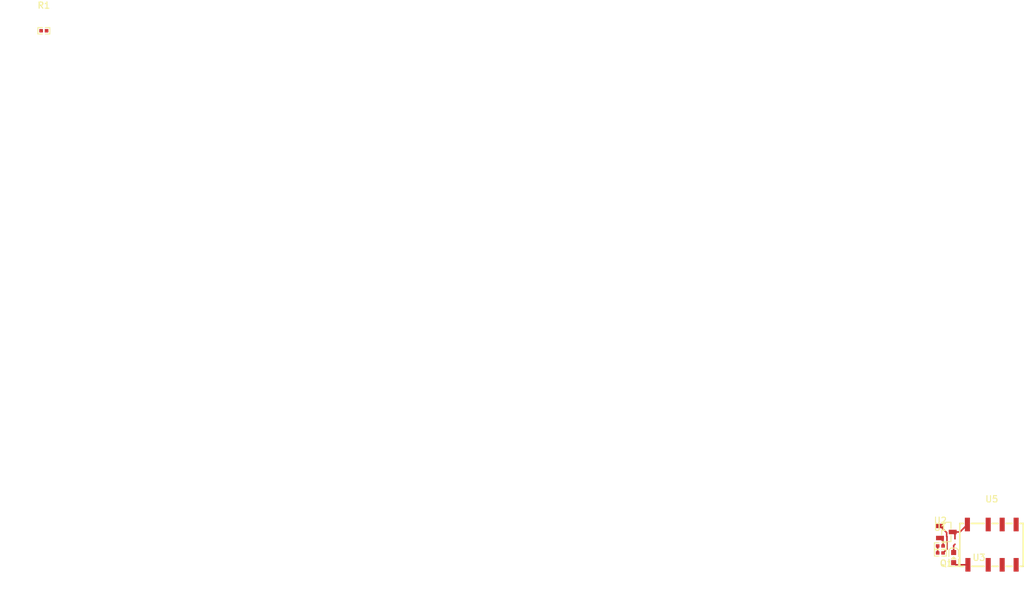
<source format=kicad_pcb>
(kicad_pcb (version 20240108) (generator "pcbnew") (generator_version "8.0")
  (layers (0 "F.Cu" signal) (31 "B.Cu" signal) (34 "B.Paste" user) (35 "F.Paste" user) (36 "B.SilkS" user "B.Silkscreen") (37 "F.SilkS" user "F.Silkscreen") (38 "B.Mask" user) (39 "F.Mask" user) (44 "Edge.Cuts" user))
  (net 0 "")
  (net 1 "gnd-3")
  (net 2 "line")
  (net 3 "hv-1")
  (net 4 "gnd-2")
  (net 5 "hv")
  (net 8 "gate")
  (net 9 "hv-2")
  (net 10 "gnd")
  (net 11 "cathode")
  (net 12 "gnd-1")
  (footprint "atopile:SOT-23-3_L2.9-W1.3-P1.90-LS2.4-BR-688f29" (layer "F.Cu") (at 162.240774 73.996502 180)
    (property "Reference" "Q1" (at 0 -4.95 0) (layer "F.SilkS") (hide no))
    (property "Value" "")
    (fp_line (start 0.73 -1.53) (end -0.73 -1.53) (stroke (width 0.15)) (layer "F.SilkS"))
    (fp_line (start -0.73 -1.53) (end -0.73 -0.49) (stroke (width 0.15)) (layer "F.SilkS"))
    (fp_line (start 0.73 1.53) (end -0.73 1.53) (stroke (width 0.15)) (layer "F.SilkS"))
    (fp_line (start -0.73 1.53) (end -0.73 0.49) (stroke (width 0.15)) (layer "F.SilkS"))
    (fp_line (start 0.73 -0.46) (end 0.73 0.46) (stroke (width 0.15)) (layer "F.SilkS"))
    (fp_text user "${REFERENCE}" (at 0 -4.95 0) (layer "F.SilkS"))
    (pad "1" smd rect (at 1 0.95 180) (size 1.25 0.7) (layers "F.Cu" "F.Paste" "F.Mask") (net 8 "gate"))
    (pad "2" smd rect (at 1 -0.95 180) (size 1.25 0.7) (layers "F.Cu" "F.Paste" "F.Mask") (net 10 "gnd"))
    (pad "3" smd rect (at -1 0 180) (size 1.25 0.7) (layers "F.Cu" "F.Paste" "F.Mask") (net 12 "gnd-1"))
  )
  (footprint "atopile:R0402-56259e" (layer "F.Cu") (at 161.3 76.2 0)
    (property "Reference" "U2" (at 0 -4 360) (layer "F.SilkS") (hide no))
    (property "Value" "1kΩ ±1% 62.5mW")
    (fp_line (start -0.94 -0.5) (end -0.23 -0.5) (stroke (width 0.15)) (layer "F.SilkS"))
    (fp_line (start -0.94 0.5) (end -0.94 -0.5) (stroke (width 0.15)) (layer "F.SilkS"))
    (fp_line (start -0.23 0.5) (end -0.94 0.5) (stroke (width 0.15)) (layer "F.SilkS"))
    (fp_line (start 0.23 0.5) (end 0.94 0.5) (stroke (width 0.15)) (layer "F.SilkS"))
    (fp_line (start 0.94 -0.5) (end 0.23 -0.5) (stroke (width 0.15)) (layer "F.SilkS"))
    (fp_line (start 0.94 0.5) (end 0.94 -0.5) (stroke (width 0.15)) (layer "F.SilkS"))
    (fp_text user "${REFERENCE}" (at 0 -4 360) (layer "F.SilkS"))
    (pad "1" smd rect (at -0.43 0 0) (size 0.57 0.54) (layers "F.Cu" "F.Paste" "F.Mask") (net 2 "line"))
    (pad "2" smd rect (at 0.43 0 0) (size 0.57 0.54) (layers "F.Cu" "F.Paste" "F.Mask") (net 10 "gnd"))
  )
  (footprint "atopile:LED0603-RD-c81ffb" (layer "F.Cu") (at 163.392982 78.030537 -90)
    (property "Reference" "U3" (at 0 -4 0) (layer "F.SilkS") (hide no))
    (property "Value" "")
    (fp_line (start 0.22 0.33) (end 0.21 0.33) (stroke (width 0.15)) (layer "F.SilkS"))
    (fp_line (start 0.21 0.33) (end -0.12 0) (stroke (width 0.15)) (layer "F.SilkS"))
    (fp_line (start 0.22 -0.35) (end 0.22 -0.34) (stroke (width 0.15)) (layer "F.SilkS"))
    (fp_line (start 0.22 -0.34) (end -0.12 0) (stroke (width 0.15)) (layer "F.SilkS"))
    (fp_line (start 0.22 -0.35) (end 0.22 0.33) (stroke (width 0.15)) (layer "F.SilkS"))
    (fp_line (start 0.24 -0.75) (end 1.39 -0.75) (stroke (width 0.15)) (layer "F.SilkS"))
    (fp_line (start 0.24 0.75) (end 1.39 0.75) (stroke (width 0.15)) (layer "F.SilkS"))
    (fp_line (start 1.39 -0.75) (end 1.39 0.73) (stroke (width 0.15)) (layer "F.SilkS"))
    (fp_line (start -0.14 0.75) (end -1.19 0.75) (stroke (width 0.15)) (layer "F.SilkS"))
    (fp_line (start -1.49 0.35) (end -1.49 0.45) (stroke (width 0.15)) (layer "F.SilkS"))
    (fp_line (start -1.49 0.45) (end -1.19 0.75) (stroke (width 0.15)) (layer "F.SilkS"))
    (fp_line (start -1.49 -0.35) (end -1.49 0.35) (stroke (width 0.15)) (layer "F.SilkS"))
    (fp_line (start -1.49 -0.35) (end -1.49 -0.45) (stroke (width 0.15)) (layer "F.SilkS"))
    (fp_line (start -1.49 -0.45) (end -1.19 -0.75) (stroke (width 0.15)) (layer "F.SilkS"))
    (fp_line (start -0.14 -0.75) (end -1.19 -0.75) (stroke (width 0.15)) (layer "F.SilkS"))
    (fp_line (start 0.22 0) (end -0.12 0) (stroke (width 0.15)) (layer "F.SilkS"))
    (fp_text user "${REFERENCE}" (at 0 -4 0) (layer "F.SilkS"))
    (pad "2" smd rect (at 0.8 0 0) (size 0.8 0.8) (layers "F.Cu" "F.Paste" "F.Mask") (net 3 "hv-1"))
    (pad "1" smd rect (at -0.8 0 0) (size 0.8 0.8) (layers "F.Cu" "F.Paste" "F.Mask") (net 11 "cathode"))
  )
  (footprint "atopile:R0402-56259e" (layer "F.Cu") (at 161.3 77.3 0)
    (property "Reference" "U1" (at 0 -4 0) (layer "F.SilkS") (hide no))
    (property "Value" "10kΩ ±1% 62.5mW")
    (fp_line (start -0.94 -0.5) (end -0.23 -0.5) (stroke (width 0.15)) (layer "F.SilkS"))
    (fp_line (start -0.94 0.5) (end -0.94 -0.5) (stroke (width 0.15)) (layer "F.SilkS"))
    (fp_line (start -0.23 0.5) (end -0.94 0.5) (stroke (width 0.15)) (layer "F.SilkS"))
    (fp_line (start 0.23 0.5) (end 0.94 0.5) (stroke (width 0.15)) (layer "F.SilkS"))
    (fp_line (start 0.94 -0.5) (end 0.23 -0.5) (stroke (width 0.15)) (layer "F.SilkS"))
    (fp_line (start 0.94 0.5) (end 0.94 -0.5) (stroke (width 0.15)) (layer "F.SilkS"))
    (fp_text user "${REFERENCE}" (at 0 -4 0) (layer "F.SilkS"))
    (pad "1" smd rect (at -0.43 0 0) (size 0.57 0.54) (layers "F.Cu" "F.Paste" "F.Mask") (net 2 "line"))
    (pad "2" smd rect (at 0.43 0 0) (size 0.57 0.54) (layers "F.Cu" "F.Paste" "F.Mask") (net 8 "gate"))
  )
  (footprint "lib:RELAY-SMD_HFD4-5-SR" (layer "F.Cu") (at 169.4 76 0)
    (property "Reference" "U5" (at 0 -7.18 0) (layer "F.SilkS") (hide no))
    (property "Value" "")
    (fp_line (start -5.04 -3.35) (end -4.47 -3.35) (stroke (width 0.25)) (layer "F.SilkS"))
    (fp_line (start -5.04 3.41) (end -5.04 -3.35) (stroke (width 0.25)) (layer "F.SilkS"))
    (fp_line (start -4.4 3.41) (end -5.04 3.41) (stroke (width 0.25)) (layer "F.SilkS"))
    (fp_line (start -3.21 -3.35) (end -1.2 -3.35) (stroke (width 0.25)) (layer "F.SilkS"))
    (fp_line (start -1.2 3.41) (end -3.14 3.41) (stroke (width 0.25)) (layer "F.SilkS"))
    (fp_line (start 0.06 -3.35) (end 1 -3.35) (stroke (width 0.25)) (layer "F.SilkS"))
    (fp_line (start 1 3.41) (end 0.06 3.41) (stroke (width 0.25)) (layer "F.SilkS"))
    (fp_line (start 2.26 -3.35) (end 3.2 -3.35) (stroke (width 0.25)) (layer "F.SilkS"))
    (fp_line (start 3.2 3.41) (end 2.26 3.41) (stroke (width 0.25)) (layer "F.SilkS"))
    (fp_line (start 4.46 -3.35) (end 4.96 -3.35) (stroke (width 0.25)) (layer "F.SilkS"))
    (fp_line (start 4.96 -3.35) (end 4.96 3.41) (stroke (width 0.25)) (layer "F.SilkS"))
    (fp_line (start 4.96 3.41) (end 4.46 3.41) (stroke (width 0.25)) (layer "F.SilkS"))
    (fp_text user "${REFERENCE}" (at 0 -7.18 0) (layer "F.SilkS"))
    (pad "1" smd rect (at -3.76 3.17 0) (size 0.8 2.15) (layers "F.Cu" "F.Paste" "F.Mask") (net 3 "hv-1"))
    (pad "2" smd rect (at -0.56 3.17 0) (size 0.8 2.15) (layers "F.Cu" "F.Paste" "F.Mask"))
    (pad "3" smd rect (at 1.64 3.17 0) (size 0.8 2.15) (layers "F.Cu" "F.Paste" "F.Mask") (net 1 "gnd-3"))
    (pad "4" smd rect (at 3.84 3.17 0) (size 0.8 2.15) (layers "F.Cu" "F.Paste" "F.Mask") (net 4 "gnd-2"))
    (pad "5" smd rect (at 3.84 -3.18 0) (size 0.8 2.15) (layers "F.Cu" "F.Paste" "F.Mask") (net 9 "hv-2"))
    (pad "6" smd rect (at 1.64 -3.18 0) (size 0.8 2.15) (layers "F.Cu" "F.Paste" "F.Mask") (net 5 "hv"))
    (pad "7" smd rect (at -0.56 -3.18 0) (size 0.8 2.15) (layers "F.Cu" "F.Paste" "F.Mask"))
    (pad "8" smd rect (at -3.84 -3.18 0) (size 0.8 2.15) (layers "F.Cu" "F.Paste" "F.Mask") (net 12 "gnd-1"))
  )
  (footprint "atopile:R0402-56259e" (layer "F.Cu") (at 20 -5 0)
    (property "Reference" "R1" (at 0 -4 0) (layer "F.SilkS") (hide no))
    (property "Value" "1kΩ ±1% 62.5mW")
    (fp_line (start -0.23 0.5) (end -0.94 0.5) (stroke (width 0.15)) (layer "F.SilkS"))
    (fp_line (start -0.94 0.5) (end -0.94 -0.5) (stroke (width 0.15)) (layer "F.SilkS"))
    (fp_line (start -0.94 -0.5) (end -0.23 -0.5) (stroke (width 0.15)) (layer "F.SilkS"))
    (fp_line (start 0.23 0.5) (end 0.94 0.5) (stroke (width 0.15)) (layer "F.SilkS"))
    (fp_line (start 0.94 0.5) (end 0.94 -0.5) (stroke (width 0.15)) (layer "F.SilkS"))
    (fp_line (start 0.94 -0.5) (end 0.23 -0.5) (stroke (width 0.15)) (layer "F.SilkS"))
    (fp_text user "${REFERENCE}" (at 0 -4 0) (layer "F.SilkS"))
    (pad "2" smd rect (at 0.43 0 0) (size 0.57 0.54) (layers "F.Cu" "F.Paste" "F.Mask") (net 12 "gnd-1"))
    (pad "1" smd rect (at -0.43 0 0) (size 0.57 0.54) (layers "F.Cu" "F.Paste" "F.Mask") (net 11 "cathode"))
  )
  (segment (start 160.87 76.2) (end 160.87 77.3) (width 0.25) (layer "F.Cu") (net 2))
  (segment (start 163.732445 79.17) (end 163.392982 78.830537) (width 0.25) (layer "F.Cu") (net 3))
  (segment (start 165.64 79.17) (end 163.732445 79.17) (width 0.25) (layer "F.Cu") (net 3))
  (segment (start 163.392982 76.137018) (end 163.6 75.93) (width 0.25) (layer "F.Cu") (net 0))
  (segment (start 163.392982 77.230537) (end 163.392982 76.137018) (width 0.25) (layer "F.Cu") (net 0))
  (segment (start 163.240774 73.996502) (end 164.383498 73.996502) (width 0.25) (layer "F.Cu") (net 0))
  (segment (start 163.6 75.07) (end 163.6 74.355728) (width 0.25) (layer "F.Cu") (net 0))
  (segment (start 164.383498 73.996502) (end 165.56 72.82) (width 0.25) (layer "F.Cu") (net 0))
  (segment (start 163.6 74.355728) (end 163.240774 73.996502) (width 0.25) (layer "F.Cu") (net 0))
  (segment (start 162.34 74.720728) (end 162.290774 74.671502) (width 0.25) (layer "F.Cu") (net 8))
  (segment (start 161.73 77.3) (end 162.34 76.69) (width 0.25) (layer "F.Cu") (net 8))
  (segment (start 162.290774 74.096502) (end 161.240774 73.046502) (width 0.25) (layer "F.Cu") (net 8))
  (segment (start 162.290774 74.671502) (end 162.290774 74.096502) (width 0.25) (layer "F.Cu") (net 8))
  (segment (start 162.34 76.69) (end 162.34 74.720728) (width 0.25) (layer "F.Cu") (net 8))
  (segment (start 161.73 76.2) (end 161.73 75.435728) (width 0.25) (layer "F.Cu") (net 10))
  (segment (start 161.73 75.435728) (end 161.240774 74.946502) (width 0.25) (layer "F.Cu") (net 10))
)
</source>
